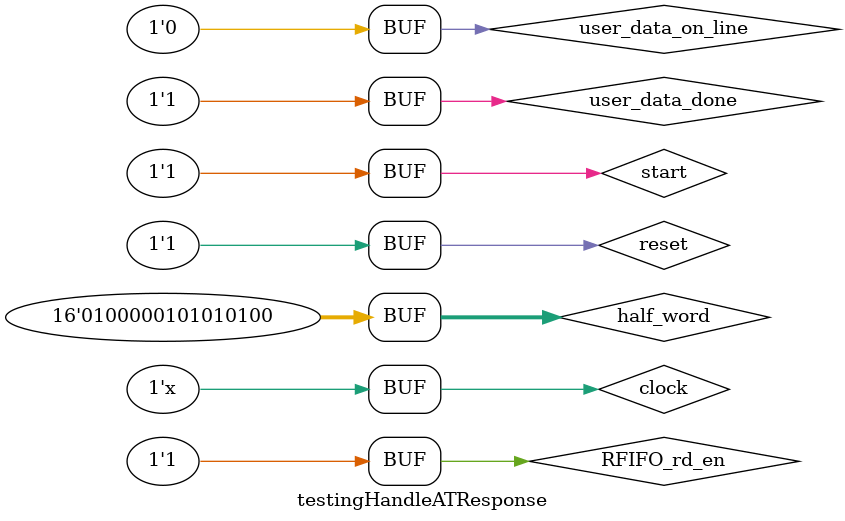
<source format=v>
`timescale 1us / 1ps

module testingHandleATResponse;
	// Inputs
	reg clock;
	reg reset;
	reg start;
	reg RFIFO_rd_en;
	
	reg [15:0] half_word;
	reg user_data_on_line;
	reg user_data_done;
	
	wire [7:0] rx_data;
	wire data_line;
	
	wire rx_done;
	wire rx_collecting_data;
	
	parameter uart_cpd = 10'd50;
	parameter uart_byte_spacing = 10'd12;

	// Outputs
	wire at_response_flag;
	wire [15:0] RFIFO_out;
	wire [7:0] RFIFO_wr_count; 
	wire [6:0] RFIFO_rd_count;
	
	wire [9:0] atr_timer_limit;
	wire [1:0] at_curr, at_next;
	wire l_atr_timer, rn_atr_timer, atr_timer_done;
	
	// Instantiate the Unit Under Test (UUT)
	handle_at_response uut(
		.clock(clock), 
		.reset(reset),
		.start(start), 
		.uart_done(rx_done), 
		.uart_collecting_data(rx_collecting_data),
		.RFIFO_in(rx_data), 
		.RFIFO_out(RFIFO_out), 
		.RFIFO_rd_en(RFIFO_rd_en), 
		.RFIFO_rd_count(RFIFO_rd_count), 
		.RFIFO_wr_count(RFIFO_wr_count), 
		.RFIFO_full(RFIFO_full), 
		.RFIFO_empty(RFIFO_empty),
		.uart_byte_spacing(uart_byte_spacing),
		.uart_cpd(uart_cpd),
		.at_response_flag(at_response_flag)
	);
	
	UART_sender_for_testing help(
		.clock(clock), 
		.reset(reset),
		.uart_cpd(uart_cpd), 
		.uart_byte_spacing(uart_byte_spacing),
		.user_data_on_line(user_data_on_line), 
		.user_data_done(user_data_done),
		.tx_done(tx_done),
		.half_word(half_word),
		.tx_line(data_line)
	);
	
	UART_rx rx(
		.clk(clock),
		.resetn(~reset),
		.cycles_per_databit(uart_cpd),
		.rx_line(data_line),
		.rx_data(rx_data),
		.rx_collecting_data(rx_collecting_data),
		.rx_data_valid(rx_done)
	);
	
	always begin
		#1 clock = !clock;
	end

	initial begin
		// Initialize Inputs
		clock = 0;
		reset = 1'b1;
		start = 1'b0;
		user_data_done = 1'b0;
		half_word = 16'h00;
		user_data_on_line = 1'b0;
		RFIFO_rd_en = 1'b0;

		// Wait 100 us for global reset to finish
		#100;
        
		// Add stimulus here
		#100 reset = 1'b0;
		#100 start = 1'b1;
		
		#110 half_word = "OK";
		#110 user_data_on_line = 1'b1;
		#111 user_data_on_line = 1'b0;
		
		#220 half_word = "AT";
		#220 user_data_on_line = 1'b1;
		#221 user_data_on_line = 1'b0;
		
		#300 user_data_done = 1'b1;
		
		#5000 RFIFO_rd_en = 1'b1;
		
		#7500 reset = 1'b1;
	end
	
endmodule


</source>
